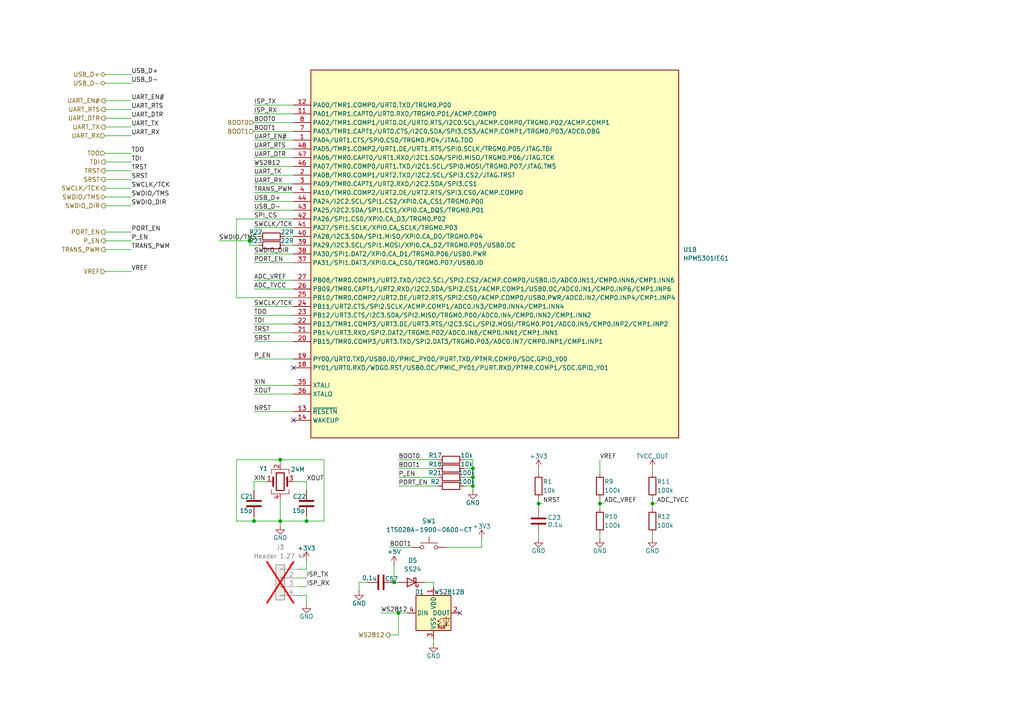
<source format=kicad_sch>
(kicad_sch (version 20250114) (generator "eeschema") (generator_version "9.0")
  (paper "A4")
  (lib_symbols
    (symbol "Connector_Generic:Conn_01x04" (pin_names (offset 1.016) (hide yes))
      (property "Reference" "J" (at 0 5.08 0))
      (property "Value" "Conn_01x04" (at 0 -7.62 0))
      (symbol "Conn_01x04_1_1"
        (rectangle (start -1.27 3.81) (end 1.27 -6.35) (stroke (width 0.254)) (fill (type background)))
        (rectangle (start -1.27 2.667) (end 0 2.413) (stroke (width 0.1524)))
        (rectangle (start -1.27 0.127) (end 0 -0.127) (stroke (width 0.1524)))
        (rectangle (start -1.27 -2.413) (end 0 -2.667) (stroke (width 0.1524)))
        (rectangle (start -1.27 -4.953) (end 0 -5.207) (stroke (width 0.1524)))
        (pin passive line (at -5.08 2.54 0) (length 3.81) (name "Pin_1") (number "1"))
        (pin passive line (at -5.08 0 0) (length 3.81) (name "Pin_2") (number "2"))
        (pin passive line (at -5.08 -2.54 0) (length 3.81) (name "Pin_3") (number "3"))
        (pin passive line (at -5.08 -5.08 0) (length 3.81) (name "Pin_4") (number "4"))
      )
    )
    (symbol "Device:C" (pin_numbers (hide yes)) (pin_names (offset 0.254))
      (property "Reference" "C" (at 0.635 2.54 0))
      (property "Value" "C" (at 0.635 -2.54 0))
      (symbol "C_0_1"
        (polyline (pts (xy -2.032 0.762) (xy 2.032 0.762)) (stroke (width 0.508)))
        (polyline (pts (xy -2.032 -0.762) (xy 2.032 -0.762)) (stroke (width 0.508)))
      )
      (symbol "C_1_1"
        (pin passive line (at 0 3.81 270) (length 2.794) (name "~") (number "1"))
        (pin passive line (at 0 -3.81 90) (length 2.794) (name "~") (number "2"))
      )
    )
    (symbol "Device:Crystal_GND24" (pin_names (offset 1.016) (hide yes))
      (property "Reference" "Y" (at 3.175 5.08 0))
      (property "Value" "Crystal_GND24" (at 3.175 3.175 0))
      (symbol "Crystal_GND24_0_1"
        (polyline (pts (xy -2.54 2.286) (xy -2.54 3.556) (xy 2.54 3.556) (xy 2.54 2.286)))
        (polyline (pts (xy -2.54 0) (xy -2.032 0)))
        (polyline (pts (xy -2.54 -2.286) (xy -2.54 -3.556) (xy 2.54 -3.556) (xy 2.54 -2.286)))
        (polyline (pts (xy -2.032 -1.27) (xy -2.032 1.27)) (stroke (width 0.508)))
        (rectangle (start -1.143 2.54) (end 1.143 -2.54) (stroke (width 0.3048)))
        (polyline (pts (xy 0 3.556) (xy 0 3.81)))
        (polyline (pts (xy 0 -3.81) (xy 0 -3.556)))
        (polyline (pts (xy 2.032 0) (xy 2.54 0)))
        (polyline (pts (xy 2.032 -1.27) (xy 2.032 1.27)) (stroke (width 0.508)))
      )
      (symbol "Crystal_GND24_1_1"
        (pin passive line (at -3.81 0 0) (length 1.27) (name "1") (number "1"))
        (pin passive line (at 0 5.08 270) (length 1.27) (name "2") (number "2"))
        (pin passive line (at 0 -5.08 90) (length 1.27) (name "4") (number "4"))
        (pin passive line (at 3.81 0 180) (length 1.27) (name "3") (number "3"))
      )
    )
    (symbol "Device:R" (pin_numbers (hide yes)) (pin_names (offset 0))
      (property "Reference" "R" (at 2.032 0 90))
      (property "Value" "R" (at 0 0 90))
      (symbol "R_0_1"
        (rectangle (start -1.016 -2.54) (end 1.016 2.54) (stroke (width 0.254)))
      )
      (symbol "R_1_1"
        (pin passive line (at 0 3.81 270) (length 1.27) (name "~") (number "1"))
        (pin passive line (at 0 -3.81 90) (length 1.27) (name "~") (number "2"))
      )
    )
    (symbol "Diode:SS24" (pin_numbers (hide yes)) (pin_names (offset 1.016) (hide yes))
      (property "Reference" "D" (at 0 2.54 0))
      (property "Value" "SS24" (at 0 -2.54 0))
      (symbol "SS24_0_1"
        (polyline (pts (xy -1.905 0.635) (xy -1.905 1.27) (xy -1.27 1.27) (xy -1.27 -1.27) (xy -0.635 -1.27) (xy -0.635 -0.635)) (stroke (width 0.254)))
        (polyline (pts (xy 1.27 1.27) (xy 1.27 -1.27) (xy -1.27 0) (xy 1.27 1.27)) (stroke (width 0.254)))
        (polyline (pts (xy 1.27 0) (xy -1.27 0)))
      )
      (symbol "SS24_1_1"
        (pin passive line (at -3.81 0 0) (length 2.54) (name "K") (number "1"))
        (pin passive line (at 3.81 0 180) (length 2.54) (name "A") (number "2"))
      )
    )
    (symbol "HPM5300_Library:HPM5301IEG1"
      (property "Reference" "U" (at -39.624 54.356 0))
      (property "Value" "HPM5301IEG1" (at -25.654 54.356 0))
      (symbol "HPM5301IEG1_1_0"
        (pin power_in line (at 22.86 -17.78 180) (length 5.08) (name "VSS") (number "49"))
      )
      (symbol "HPM5301IEG1_1_1"
        (rectangle (start -17.78 22.86) (end 17.78 -22.86) (stroke (width 0.254)) (fill (type background)))
        (rectangle (start -16.51 8.89) (end -8.89 6.35))
        (polyline (pts (xy -8.89 7.62) (xy -3.175 7.62) (xy -3.175 3.81) (xy -3.81 4.445) (xy -3.175 3.81) (xy -2.54 4.445)))
        (rectangle (start -7.62 19.05) (end -2.54 16.51))
        (polyline (pts (xy -7.62 17.78) (xy -8.255 18.415)))
        (polyline (pts (xy -7.62 17.78) (xy -8.255 17.145)))
        (polyline (pts (xy -7.62 17.78) (xy -11.43 17.78) (xy -11.43 12.7) (xy -7.62 12.7)))
        (rectangle (start -7.62 13.97) (end -2.54 11.43))
        (polyline (pts (xy -7.62 12.7) (xy -8.255 13.335)))
        (polyline (pts (xy -7.62 12.7) (xy -8.255 12.065)))
        (rectangle (start -7.62 3.81) (end 0 1.27))
        (polyline (pts (xy -3.175 1.27) (xy -3.175 -2.54) (xy -8.89 -2.54) (xy -8.255 -1.905) (xy -8.89 -2.54) (xy -8.255 -3.175)))
        (polyline (pts (xy -2.54 17.78) (xy 4.445 17.78)))
        (polyline (pts (xy 4.445 17.78) (xy 3.81 18.415)))
        (polyline (pts (xy 4.445 17.78) (xy 3.81 17.145)))
        (polyline (pts (xy 4.445 12.7) (xy -2.54 12.7)))
        (polyline (pts (xy 4.445 12.7) (xy 3.81 13.335)))
        (polyline (pts (xy 4.445 12.7) (xy 3.81 12.065)))
        (text "Internal" (at -12.7 7.62 0) (effects (font (size 1.27 1.27))))
        (text "LDO" (at -5.08 17.78 0) (effects (font (size 1.27 1.27))))
        (text "LDO" (at -5.08 12.7 0) (effects (font (size 1.27 1.27))))
        (text "DCDC" (at -3.81 2.54 0) (effects (font (size 1.27 1.27))))
        (pin power_in line (at -22.86 15.24 0) (length 5.08) (name "VPMC") (number "16"))
        (pin power_in line (at -22.86 -2.54 0) (length 5.08) (name "DCDC_LP") (number "15"))
        (pin power_in line (at -22.86 -12.7 0) (length 5.08) (name "VANA") (number "32"))
        (pin power_in line (at -22.86 -15.24 0) (length 5.08) (name "VREFH") (number "31"))
        (pin power_in line (at -22.86 -17.78 0) (length 5.08) (name "VREFL") (number "30"))
        (pin power_out line (at 22.86 17.78 180) (length 5.08) (name "VDD_PMCCAP") (number "17"))
        (pin power_out line (at 22.86 12.7 180) (length 5.08) (name "VDD_OTPCAP") (number "10"))
        (pin power_in line (at 22.86 7.62 180) (length 5.08) (name "VDD_SOC") (number "5"))
        (pin power_in line (at 22.86 5.08 180) (length 5.08) (name "VDD_SOC") (number "9"))
        (pin power_in line (at 22.86 2.54 180) (length 5.08) (name "VDD_SOC") (number "28"))
        (pin power_in line (at 22.86 0 180) (length 5.08) (name "VDD_SOC") (number "33"))
        (pin power_in line (at 22.86 -2.54 180) (length 5.08) (name "VDD_SOC") (number "45"))
        (pin power_in line (at 22.86 -7.62 180) (length 5.08) (name "VIO_B00") (number "6"))
        (pin power_in line (at 22.86 -10.16 180) (length 5.08) (name "VIO_B00") (number "34"))
        (pin power_in line (at 22.86 -12.7 180) (length 5.08) (name "VIO_B01") (number "29"))
      )
      (symbol "HPM5301IEG1_2_1"
        (rectangle (start -53.34 53.34) (end 53.34 -53.34) (stroke (width 0.254)) (fill (type background)))
        (pin bidirectional line (at -58.42 43.18 0) (length 5.08) (name "PA00/TMR1.COMP0/URT0.TXD/TRGM0.P00") (number "12"))
        (pin bidirectional line (at -58.42 40.64 0) (length 5.08) (name "PA01/TMR1.CAPT0/URT0.RXD/TRGM0.P01/ACMP.COMP0") (number "11"))
        (pin bidirectional line (at -58.42 38.1 0) (length 5.08) (name "PA02/TMR1.COMP1/URT0.DE/URT0.RTS/I2C0.SCL/ACMP.COMP0/TRGM0.P02/ACMP.COMP1") (number "8"))
        (pin bidirectional line (at -58.42 35.56 0) (length 5.08) (name "PA03/TMR1.CAPT1/URT0.CTS/I2C0.SDA/SPI3.CS3/ACMP.COMP1/TRGM0.P03/ADC0.DBG") (number "7"))
        (pin bidirectional line (at -58.42 33.02 0) (length 5.08) (name "PA04/URT1.CTS/SPI0.CS0/TRGM0.P04/JTAG.TDO") (number "1"))
        (pin bidirectional line (at -58.42 30.48 0) (length 5.08) (name "PA05/TMR1.COMP2/URT1.DE/URT1.RTS/SPI0.SCLK/TRGM0.P05/JTAG.TDI") (number "48"))
        (pin bidirectional line (at -58.42 27.94 0) (length 5.08) (name "PA06/TMR0.CAPT0/URT1.RXD/I2C1.SDA/SPI0.MISO/TRGM0.P06/JTAG.TCK") (number "47"))
        (pin bidirectional line (at -58.42 25.4 0) (length 5.08) (name "PA07/TMR0.COMP0/URT1.TXD/I2C1.SCL/SPI0.MOSI/TRGM0.P07/JTAG.TMS") (number "46"))
        (pin bidirectional line (at -58.42 22.86 0) (length 5.08) (name "PA08/TMR0.COMP1/URT2.TXD/I2C2.SCL/SPI3.CS2/JTAG.TRST") (number "2"))
        (pin bidirectional line (at -58.42 20.32 0) (length 5.08) (name "PA09/TMR0.CAPT1/URT2.RXD/I2C2.SDA/SPI3.CS1") (number "3"))
        (pin bidirectional line (at -58.42 17.78 0) (length 5.08) (name "PA10/TMR0.COMP2/URT2.DE/URT2.RTS/SPI3.CS0/ACMP.COMP0") (number "4"))
        (pin bidirectional line (at -58.42 15.24 0) (length 5.08) (name "PA24/I2C2.SCL/SPI1.CS2/XPI0.CA_CS1/TRGM0.P00") (number "44"))
        (pin bidirectional line (at -58.42 12.7 0) (length 5.08) (name "PA25/I2C2.SDA/SPI1.CS1/XPI0.CA_DQS/TRGM0.P01") (number "43"))
        (pin bidirectional line (at -58.42 10.16 0) (length 5.08) (name "PA26/SPI1.CS0/XPI0.CA_D3/TRGM0.P02") (number "42"))
        (pin bidirectional line (at -58.42 7.62 0) (length 5.08) (name "PA27/SPI1.SCLK/XPI0.CA_SCLK/TRGM0.P03") (number "41"))
        (pin bidirectional line (at -58.42 5.08 0) (length 5.08) (name "PA28/I2C3.SDA/SPI1.MISO/XPI0.CA_D0/TRGM0.P04") (number "40"))
        (pin bidirectional line (at -58.42 2.54 0) (length 5.08) (name "PA29/I2C3.SCL/SPI1.MOSI/XPI0.CA_D2/TRGM0.P05/USB0.OC") (number "39"))
        (pin bidirectional line (at -58.42 0 0) (length 5.08) (name "PA30/SPI1.DAT2/XPI0.CA_D1/TRGM0.P06/USB0.PWR") (number "38"))
        (pin bidirectional line (at -58.42 -2.54 0) (length 5.08) (name "PA31/SPI1.DAT3/XPI0.CA_CS0/TRGM0.P07/USB0.ID") (number "37"))
        (pin bidirectional line (at -58.42 -7.62 0) (length 5.08) (name "PB08/TMR0.COMP1/URT2.TXD/I2C2.SCL/SPI2.CS2/ACMP.COMP0/USB0.ID/ADC0.IN11/CMP0.INN6/CMP1.INN6") (number "27"))
        (pin bidirectional line (at -58.42 -10.16 0) (length 5.08) (name "PB09/TMR0.CAPT1/URT2.RXD/I2C2.SDA/SPI2.CS1/ACMP.COMP1/USB0.OC/ADC0.IN1/CMP0.INP6/CMP1.INP6") (number "26"))
        (pin bidirectional line (at -58.42 -12.7 0) (length 5.08) (name "PB10/TMR0.COMP2/URT2.DE/URT2.RTS/SPI2.CS0/ACMP.COMP0/USB0.PWR/ADC0.IN2/CMP0.INP4/CMP1.INP4") (number "25"))
        (pin bidirectional line (at -58.42 -15.24 0) (length 5.08) (name "PB11/URT2.CTS/SPI2.SCLK/ACMP.COMP1/ADC0.IN3/CMP0.INN4/CMP1.INN4") (number "24"))
        (pin bidirectional line (at -58.42 -17.78 0) (length 5.08) (name "PB12/URT3.CTS/I2C3.SDA/SPI2.MISO/TRGM0.P00/ADC0.IN4/CMP0.INN2/CMP1.INN2") (number "23"))
        (pin bidirectional line (at -58.42 -20.32 0) (length 5.08) (name "PB13/TMR1.COMP3/URT3.DE/URT3.RTS/I2C3.SCL/SPI2.MOSI/TRGM0.P01/ADC0.IN5/CMP0.INP2/CMP1.INP2") (number "22"))
        (pin bidirectional line (at -58.42 -22.86 0) (length 5.08) (name "PB14/URT3.RXD/SPI2.DAT2/TRGM0.P02/ADC0.IN6/CMP0.INN1/CMP1.INN1") (number "21"))
        (pin bidirectional line (at -58.42 -25.4 0) (length 5.08) (name "PB15/TMR0.COMP3/URT3.TXD/SPI2.DAT3/TRGM0.P03/ADC0.IN7/CMP0.INP1/CMP1.INP1") (number "20"))
        (pin bidirectional line (at -58.42 -30.48 0) (length 5.08) (name "PY00/URT0.TXD/USB0.ID/PMIC_PY00/PURT.TXD/PTMR.COMP0/SOC.GPIO_Y00") (number "19"))
        (pin bidirectional line (at -58.42 -33.02 0) (length 5.08) (name "PY01/URT0.RXD/WDG0.RST/USB0.OC/PMIC_PY01/PURT.RXD/PTMR.COMP1/SOC.GPIO_Y01") (number "18"))
        (pin input line (at -58.42 -38.1 0) (length 5.08) (name "XTALI") (number "35"))
        (pin output line (at -58.42 -40.64 0) (length 5.08) (name "XTALO") (number "36"))
        (pin input line (at -58.42 -45.72 0) (length 5.08) (name "~{RESETN}") (number "13"))
        (pin input line (at -58.42 -48.26 0) (length 5.08) (name "WAKEUP") (number "14"))
      )
    )
    (symbol "LED:WS2812B" (pin_names (offset 0.254))
      (property "Reference" "D" (at 5.08 5.715 0))
      (property "Value" "WS2812B" (at 1.27 -5.715 0))
      (symbol "WS2812B_0_0"
        (text "RGB" (at 2.286 -4.191 0) (effects (font (size 0.762 0.762))))
      )
      (symbol "WS2812B_0_1"
        (polyline (pts (xy 1.27 -2.54) (xy 1.778 -2.54)))
        (polyline (pts (xy 1.27 -3.556) (xy 1.778 -3.556)))
        (polyline (pts (xy 2.286 -1.524) (xy 1.27 -2.54) (xy 1.27 -2.032)))
        (polyline (pts (xy 2.286 -2.54) (xy 1.27 -3.556) (xy 1.27 -3.048)))
        (polyline (pts (xy 3.683 -1.016) (xy 3.683 -3.556) (xy 3.683 -4.064)))
        (polyline (pts (xy 4.699 -1.524) (xy 2.667 -1.524) (xy 3.683 -3.556) (xy 4.699 -1.524)))
        (polyline (pts (xy 4.699 -3.556) (xy 2.667 -3.556)))
        (rectangle (start 5.08 5.08) (end -5.08 -5.08) (stroke (width 0.254)) (fill (type background)))
      )
      (symbol "WS2812B_1_1"
        (pin input line (at -7.62 0 0) (length 2.54) (name "DIN") (number "4"))
        (pin power_in line (at 0 7.62 270) (length 2.54) (name "VDD") (number "1"))
        (pin power_in line (at 0 -7.62 90) (length 2.54) (name "VSS") (number "3"))
        (pin output line (at 7.62 0 180) (length 2.54) (name "DOUT") (number "2"))
      )
    )
    (symbol "Switch:SW_Push" (pin_numbers (hide yes)) (pin_names (offset 1.016) (hide yes))
      (property "Reference" "SW" (at 1.27 2.54 0))
      (property "Value" "SW_Push" (at 0 -1.524 0))
      (symbol "SW_Push_0_1"
        (circle (center -2.032 0) (radius 0.508))
        (polyline (pts (xy 0 1.27) (xy 0 3.048)))
        (circle (center 2.032 0) (radius 0.508))
        (polyline (pts (xy 2.54 1.27) (xy -2.54 1.27)))
        (pin passive line (at -5.08 0 0) (length 2.54) (name "1") (number "1"))
        (pin passive line (at 5.08 0 180) (length 2.54) (name "2") (number "2"))
      )
    )
    (symbol "power:+3V3" (power) (pin_numbers (hide yes)) (pin_names (offset 0) (hide yes))
      (property "Value" "+3V3" (at 0 3.556 0))
      (symbol "+3V3_0_1"
        (polyline (pts (xy -0.762 1.27) (xy 0 2.54)))
        (polyline (pts (xy 0 2.54) (xy 0.762 1.27)))
        (polyline (pts (xy 0 0) (xy 0 2.54)))
      )
      (symbol "+3V3_1_1"
        (pin power_in line (at 0 0 90) (length 0) (name "~") (number "1"))
      )
    )
    (symbol "power:+5V" (power) (pin_numbers (hide yes)) (pin_names (offset 0) (hide yes))
      (property "Value" "+5V" (at 0 3.556 0))
      (symbol "+5V_0_1"
        (polyline (pts (xy -0.762 1.27) (xy 0 2.54)))
        (polyline (pts (xy 0 2.54) (xy 0.762 1.27)))
        (polyline (pts (xy 0 0) (xy 0 2.54)))
      )
      (symbol "+5V_1_1"
        (pin power_in line (at 0 0 90) (length 0) (name "~") (number "1"))
      )
    )
    (symbol "power:GND" (power) (pin_numbers (hide yes)) (pin_names (offset 0) (hide yes))
      (property "Value" "GND" (at 0 -3.81 0))
      (symbol "GND_0_1"
        (polyline (pts (xy 0 0) (xy 0 -1.27) (xy 1.27 -1.27) (xy 0 -2.54) (xy -1.27 -1.27) (xy 0 -1.27)))
      )
      (symbol "GND_1_1"
        (pin power_in line (at 0 0 270) (length 0) (name "~") (number "1"))
      )
    )
    (symbol "power:VCC" (power) (pin_numbers (hide yes)) (pin_names (offset 0) (hide yes))
      (property "Value" "VCC" (at 0 3.556 0))
      (symbol "VCC_0_1"
        (polyline (pts (xy -0.762 1.27) (xy 0 2.54)))
        (polyline (pts (xy 0 2.54) (xy 0.762 1.27)))
        (polyline (pts (xy 0 0) (xy 0 2.54)))
      )
      (symbol "VCC_1_1"
        (pin power_in line (at 0 0 90) (length 0) (name "~") (number "1"))
      )
    )
  )
  (junction (at 137.16 140.97))
  (junction (at 114.3 168.91))
  (junction (at 156.21 146.05))
  (junction (at 137.16 138.43))
  (junction (at 81.28 133.35))
  (junction (at 173.99 146.05))
  (junction (at 88.9 151.13))
  (junction (at 72.39 69.85))
  (junction (at 115.57 177.8))
  (junction (at 73.66 151.13))
  (junction (at 81.28 151.13))
  (junction (at 189.23 146.05))
  (junction (at 137.16 135.89))
  (no_connect (at 133.35 177.8))
  (no_connect (at 85.09 121.92))
  (no_connect (at 85.09 106.68))
  (wire (pts (xy 137.16 133.35) (xy 137.16 135.89)))
  (wire (pts (xy 30.48 36.83) (xy 38.1 36.83)))
  (wire (pts (xy 115.57 135.89) (xy 127 135.89)))
  (wire (pts (xy 86.36 165.1) (xy 88.9 165.1)))
  (wire (pts (xy 189.23 135.89) (xy 189.23 137.16)))
  (wire (pts (xy 73.66 93.98) (xy 85.09 93.98)))
  (wire (pts (xy 115.57 133.35) (xy 127 133.35)))
  (wire (pts (xy 88.9 162.56) (xy 88.9 165.1)))
  (wire (pts (xy 73.66 53.34) (xy 85.09 53.34)))
  (wire (pts (xy 81.28 134.62) (xy 81.28 133.35)))
  (wire (pts (xy 30.48 39.37) (xy 38.1 39.37)))
  (wire (pts (xy 115.57 138.43) (xy 127 138.43)))
  (wire (pts (xy 73.66 88.9) (xy 85.09 88.9)))
  (wire (pts (xy 189.23 146.05) (xy 190.5 146.05)))
  (wire (pts (xy 86.36 170.18) (xy 88.9 170.18)))
  (wire (pts (xy 81.28 133.35) (xy 93.98 133.35)))
  (wire (pts (xy 134.62 133.35) (xy 137.16 133.35)))
  (wire (pts (xy 72.39 71.12) (xy 72.39 69.85)))
  (wire (pts (xy 30.48 21.59) (xy 38.1 21.59)))
  (wire (pts (xy 134.62 138.43) (xy 137.16 138.43)))
  (wire (pts (xy 113.03 158.75) (xy 119.38 158.75)))
  (wire (pts (xy 93.98 151.13) (xy 88.9 151.13)))
  (wire (pts (xy 73.66 151.13) (xy 81.28 151.13)))
  (wire (pts (xy 104.14 168.91) (xy 104.14 171.45)))
  (wire (pts (xy 173.99 146.05) (xy 173.99 147.32)))
  (wire (pts (xy 30.48 67.31) (xy 38.1 67.31)))
  (wire (pts (xy 134.62 135.89) (xy 137.16 135.89)))
  (wire (pts (xy 110.49 177.8) (xy 115.57 177.8)))
  (wire (pts (xy 30.48 78.74) (xy 38.1 78.74)))
  (wire (pts (xy 30.48 72.39) (xy 38.1 72.39)))
  (wire (pts (xy 72.39 68.58) (xy 74.93 68.58)))
  (wire (pts (xy 189.23 146.05) (xy 189.23 147.32)))
  (wire (pts (xy 189.23 154.94) (xy 189.23 156.21)))
  (wire (pts (xy 73.66 38.1) (xy 85.09 38.1)))
  (wire (pts (xy 88.9 172.72) (xy 88.9 175.26)))
  (wire (pts (xy 30.48 31.75) (xy 38.1 31.75)))
  (wire (pts (xy 73.66 114.3) (xy 85.09 114.3)))
  (wire (pts (xy 85.09 139.7) (xy 88.9 139.7)))
  (wire (pts (xy 156.21 146.05) (xy 156.21 147.32)))
  (wire (pts (xy 73.66 96.52) (xy 85.09 96.52)))
  (wire (pts (xy 81.28 151.13) (xy 88.9 151.13)))
  (wire (pts (xy 156.21 146.05) (xy 157.48 146.05)))
  (wire (pts (xy 73.66 58.42) (xy 85.09 58.42)))
  (wire (pts (xy 73.66 81.28) (xy 85.09 81.28)))
  (wire (pts (xy 86.36 172.72) (xy 88.9 172.72)))
  (wire (pts (xy 106.68 168.91) (xy 104.14 168.91)))
  (wire (pts (xy 125.73 185.42) (xy 125.73 186.69)))
  (wire (pts (xy 125.73 168.91) (xy 125.73 170.18)))
  (wire (pts (xy 30.48 59.69) (xy 38.1 59.69)))
  (wire (pts (xy 115.57 177.8) (xy 118.11 177.8)))
  (wire (pts (xy 113.03 184.15) (xy 115.57 184.15)))
  (wire (pts (xy 73.66 45.72) (xy 85.09 45.72)))
  (wire (pts (xy 156.21 154.94) (xy 156.21 156.21)))
  (wire (pts (xy 73.66 104.14) (xy 85.09 104.14)))
  (wire (pts (xy 114.3 168.91) (xy 115.57 168.91)))
  (wire (pts (xy 123.19 168.91) (xy 125.73 168.91)))
  (wire (pts (xy 137.16 135.89) (xy 137.16 138.43)))
  (wire (pts (xy 68.58 151.13) (xy 73.66 151.13)))
  (wire (pts (xy 73.66 35.56) (xy 85.09 35.56)))
  (wire (pts (xy 73.66 66.04) (xy 85.09 66.04)))
  (wire (pts (xy 68.58 86.36) (xy 85.09 86.36)))
  (wire (pts (xy 137.16 138.43) (xy 137.16 140.97)))
  (wire (pts (xy 30.48 57.15) (xy 38.1 57.15)))
  (wire (pts (xy 73.66 60.96) (xy 85.09 60.96)))
  (wire (pts (xy 156.21 135.89) (xy 156.21 137.16)))
  (wire (pts (xy 73.66 111.76) (xy 85.09 111.76)))
  (wire (pts (xy 30.48 29.21) (xy 38.1 29.21)))
  (wire (pts (xy 93.98 133.35) (xy 93.98 151.13)))
  (wire (pts (xy 156.21 144.78) (xy 156.21 146.05)))
  (wire (pts (xy 73.66 76.2) (xy 85.09 76.2)))
  (wire (pts (xy 139.7 156.21) (xy 139.7 158.75)))
  (wire (pts (xy 73.66 91.44) (xy 85.09 91.44)))
  (wire (pts (xy 73.66 139.7) (xy 77.47 139.7)))
  (wire (pts (xy 82.55 71.12) (xy 85.09 71.12)))
  (wire (pts (xy 30.48 24.13) (xy 38.1 24.13)))
  (wire (pts (xy 139.7 158.75) (xy 129.54 158.75)))
  (wire (pts (xy 74.93 71.12) (xy 72.39 71.12)))
  (wire (pts (xy 30.48 52.07) (xy 38.1 52.07)))
  (wire (pts (xy 73.66 99.06) (xy 85.09 99.06)))
  (wire (pts (xy 73.66 30.48) (xy 85.09 30.48)))
  (wire (pts (xy 134.62 140.97) (xy 137.16 140.97)))
  (wire (pts (xy 73.66 48.26) (xy 85.09 48.26)))
  (wire (pts (xy 73.66 139.7) (xy 73.66 142.24)))
  (wire (pts (xy 68.58 63.5) (xy 68.58 86.36)))
  (wire (pts (xy 173.99 144.78) (xy 173.99 146.05)))
  (wire (pts (xy 81.28 151.13) (xy 81.28 152.4)))
  (wire (pts (xy 88.9 139.7) (xy 88.9 142.24)))
  (wire (pts (xy 173.99 154.94) (xy 173.99 156.21)))
  (wire (pts (xy 82.55 68.58) (xy 85.09 68.58)))
  (wire (pts (xy 173.99 146.05) (xy 175.26 146.05)))
  (wire (pts (xy 81.28 144.78) (xy 81.28 151.13)))
  (wire (pts (xy 73.66 55.88) (xy 85.09 55.88)))
  (wire (pts (xy 114.3 163.83) (xy 114.3 168.91)))
  (wire (pts (xy 115.57 184.15) (xy 115.57 177.8)))
  (wire (pts (xy 73.66 40.64) (xy 85.09 40.64)))
  (wire (pts (xy 73.66 43.18) (xy 85.09 43.18)))
  (wire (pts (xy 86.36 167.64) (xy 88.9 167.64)))
  (wire (pts (xy 68.58 133.35) (xy 68.58 151.13)))
  (wire (pts (xy 73.66 33.02) (xy 85.09 33.02)))
  (wire (pts (xy 30.48 69.85) (xy 38.1 69.85)))
  (wire (pts (xy 68.58 63.5) (xy 85.09 63.5)))
  (wire (pts (xy 30.48 54.61) (xy 38.1 54.61)))
  (wire (pts (xy 81.28 133.35) (xy 68.58 133.35)))
  (wire (pts (xy 63.5 69.85) (xy 72.39 69.85)))
  (wire (pts (xy 189.23 144.78) (xy 189.23 146.05)))
  (wire (pts (xy 173.99 133.35) (xy 173.99 137.16)))
  (wire (pts (xy 73.66 50.8) (xy 85.09 50.8)))
  (wire (pts (xy 30.48 34.29) (xy 38.1 34.29)))
  (wire (pts (xy 72.39 69.85) (xy 72.39 68.58)))
  (wire (pts (xy 115.57 140.97) (xy 127 140.97)))
  (wire (pts (xy 137.16 142.24) (xy 137.16 140.97)))
  (wire (pts (xy 73.66 119.38) (xy 85.09 119.38)))
  (wire (pts (xy 30.48 44.45) (xy 38.1 44.45)))
  (wire (pts (xy 30.48 46.99) (xy 38.1 46.99)))
  (wire (pts (xy 73.66 73.66) (xy 85.09 73.66)))
  (wire (pts (xy 73.66 83.82) (xy 85.09 83.82)))
  (wire (pts (xy 30.48 49.53) (xy 38.1 49.53)))
  (wire (pts (xy 73.66 151.13) (xy 73.66 149.86)))
  (wire (pts (xy 88.9 151.13) (xy 88.9 149.86)))
  (label "SPI_CS" (at 73.66 63.5 0))
  (label "SRST" (at 38.1 52.07 0))
  (label "TRST" (at 73.66 96.52 0))
  (label "P_EN" (at 73.66 104.14 0))
  (label "PORT_EN" (at 38.1 67.31 0))
  (label "TDO" (at 73.66 91.44 0))
  (label "TDO" (at 38.1 44.45 0))
  (label "UART_TX" (at 38.1 36.83 0))
  (label "VREF" (at 173.99 133.35 0))
  (label "WS2812" (at 110.49 177.8 0))
  (label "XIN" (at 73.66 139.7 0))
  (label "SWCLK{slash}TCK" (at 73.66 88.9 0))
  (label "NRST" (at 157.48 146.05 0))
  (label "UART_RX" (at 38.1 39.37 0))
  (label "UART_RTS" (at 38.1 31.75 0))
  (label "WS2812" (at 73.66 48.26 0))
  (label "P_EN" (at 115.57 138.43 0))
  (label "XOUT" (at 88.9 139.7 0))
  (label "BOOT1" (at 115.57 135.89 0))
  (label "PORT_EN" (at 115.57 140.97 0))
  (label "P_EN" (at 38.1 69.85 0))
  (label "ADC_VREF" (at 175.26 146.05 0))
  (label "BOOT0" (at 115.57 133.35 0))
  (label "USB_D+" (at 73.66 58.42 0))
  (label "ISP_TX" (at 88.9 167.64 0))
  (label "TRST" (at 38.1 49.53 0))
  (label "NRST" (at 73.66 119.38 0))
  (label "UART_DTR" (at 38.1 34.29 0))
  (label "XOUT" (at 73.66 114.3 0))
  (label "USB_D-" (at 73.66 60.96 0))
  (label "XIN" (at 73.66 111.76 0))
  (label "ADC_TVCC" (at 73.66 83.82 0))
  (label "USB_D-" (at 38.1 24.13 0))
  (label "TRANS_PWM" (at 73.66 55.88 0))
  (label "ISP_RX" (at 73.66 33.02 0))
  (label "UART_DTR" (at 73.66 45.72 0))
  (label "UART_RTS" (at 73.66 43.18 0))
  (label "SWDIO/TMS" (at 63.5 69.85 0))
  (label "TDI" (at 38.1 46.99 0))
  (label "SWCLK{slash}TCK" (at 38.1 54.61 0))
  (label "ISP_TX" (at 73.66 30.48 0))
  (label "ADC_TVCC" (at 190.5 146.05 0))
  (label "SRST" (at 73.66 99.06 0))
  (label "UART_EN#" (at 38.1 29.21 0))
  (label "BOOT1" (at 73.66 38.1 0))
  (label "BOOT1" (at 113.03 158.75 0))
  (label "SWDIO/TMS" (at 38.1 57.15 0))
  (label "TDI" (at 73.66 93.98 0))
  (label "ISP_RX" (at 88.9 170.18 0))
  (label "SWCLK{slash}TCK" (at 73.66 66.04 0))
  (label "TRANS_PWM" (at 38.1 72.39 0))
  (label "BOOT0" (at 73.66 35.56 0))
  (label "SWDIO_DIR" (at 38.1 59.69 0))
  (label "VREF" (at 38.1 78.74 0))
  (label "ADC_VREF" (at 73.66 81.28 0))
  (label "UART_EN#" (at 73.66 40.64 0))
  (label "UART_TX" (at 73.66 50.8 0))
  (label "USB_D+" (at 38.1 21.59 0))
  (label "UART_RX" (at 73.66 53.34 0))
  (label "SWDIO_DIR" (at 73.66 73.66 0))
  (label "PORT_EN" (at 73.66 76.2 0))
  (hierarchical_label "WS2812" (shape output) (at 113.03 184.15 180))
  (hierarchical_label "BOOT0" (shape input) (at 73.66 35.56 180))
  (hierarchical_label "SWCLK{slash}TCK" (shape output) (at 30.48 54.61 180))
  (hierarchical_label "TRST" (shape output) (at 30.48 49.53 180))
  (hierarchical_label "USB_D-" (shape bidirectional) (at 30.48 24.13 180))
  (hierarchical_label "P_EN" (shape output) (at 30.48 69.85 180))
  (hierarchical_label "TDI" (shape output) (at 30.48 46.99 180))
  (hierarchical_label "BOOT1" (shape input) (at 73.66 38.1 180))
  (hierarchical_label "TDO" (shape input) (at 30.48 44.45 180))
  (hierarchical_label "TRANS_PWM" (shape output) (at 30.48 72.39 180))
  (hierarchical_label "SWDIO{slash}TMS" (shape bidirectional) (at 30.48 57.15 180))
  (hierarchical_label "UART_DTR" (shape output) (at 30.48 34.29 180))
  (hierarchical_label "UART_EN#" (shape output) (at 30.48 29.21 180))
  (hierarchical_label "SWDIO_DIR" (shape output) (at 30.48 59.69 180))
  (hierarchical_label "UART_RX" (shape input) (at 30.48 39.37 180))
  (hierarchical_label "UART_RTS" (shape output) (at 30.48 31.75 180))
  (hierarchical_label "USB_D+" (shape bidirectional) (at 30.48 21.59 180))
  (hierarchical_label "UART_TX" (shape output) (at 30.48 36.83 180))
  (hierarchical_label "VREF" (shape input) (at 30.48 78.74 180))
  (hierarchical_label "SRST" (shape output) (at 30.48 52.07 180))
  (hierarchical_label "PORT_EN" (shape output) (at 30.48 67.31 180))
  (symbol (lib_id "power:GND") (at 189.23 156.21 0) (unit 1)
    (property "Reference" "#PWR095" (effects (hide yes)))
    (property "Value" "GND" (at 189.23 159.766 0))
    (property "Description" "Power symbol creates a global label with name \"GND\" , ground" (effects (hide yes)))
  )
  (symbol (lib_id "power:GND") (at 137.16 142.24 0) (unit 1)
    (property "Reference" "#PWR0107" (effects (hide yes)))
    (property "Value" "GND" (at 137.16 145.796 0))
    (property "Description" "Power symbol creates a global label with name \"GND\" , ground" (effects (hide yes)))
  )
  (symbol (lib_id "power:GND") (at 81.28 152.4 0) (unit 1)
    (property "Reference" "#PWR011" (effects (hide yes)))
    (property "Value" "GND" (at 81.28 155.956 0))
    (property "Description" "Power symbol creates a global label with name \"GND\" , ground" (effects (hide yes)))
  )
  (symbol (lib_id "LED:WS2812B") (at 125.73 177.8 0) (unit 1)
    (property "Reference" "D1" (at 121.666 171.704 0))
    (property "Value" "WS2812B" (at 130.302 171.704 0))
    (property "Footprint" "LED_SMD:LED_WS2812B-Mini_PLCC4_3.5x3.5mm" (effects (hide yes)))
    (property "Datasheet" "https://cdn-shop.adafruit.com/datasheets/WS2812B.pdf" (effects (hide yes)))
    (property "Description" "RGB LED with integrated controller" (effects (hide yes)))
  )
  (symbol (lib_id "power:GND") (at 173.99 156.21 0) (unit 1)
    (property "Reference" "#PWR093" (effects (hide yes)))
    (property "Value" "GND" (at 173.99 159.766 0))
    (property "Description" "Power symbol creates a global label with name \"GND\" , ground" (effects (hide yes)))
  )
  (symbol (lib_id "Device:C") (at 73.66 146.05 0) (unit 1)
    (property "Reference" "C21" (at 71.628 144.018 0))
    (property "Value" "15p" (at 71.374 148.082 0))
    (property "Footprint" "Capacitor_SMD:C_0402_1005Metric" (effects (hide yes)))
    (property "Description" "Unpolarized capacitor" (effects (hide yes)))
  )
  (symbol (lib_id "power:+3V3") (at 88.9 162.56 0) (unit 1)
    (property "Reference" "#PWR0135" (effects (hide yes)))
    (property "Value" "+3V3" (at 88.9 159.004 0))
    (property "Description" "Power symbol creates a global label with name \"+3V3\"" (effects (hide yes)))
  )
  (symbol (lib_id "Device:R") (at 173.99 140.97 0) (unit 1)
    (property "Reference" "R9" (at 175.26 139.7 0) (effects (justify left)))
    (property "Value" "100k" (at 175.26 142.24 0) (effects (justify left)))
    (property "Footprint" "Resistor_SMD:R_0402_1005Metric" (effects (hide yes)))
    (property "Description" "Resistor" (effects (hide yes)))
  )
  (symbol (lib_id "Device:R") (at 78.74 71.12 90) (unit 1)
    (property "Reference" "R23" (at 74.168 69.85 90))
    (property "Value" "22R" (at 83.312 69.85 90))
    (property "Footprint" "Resistor_SMD:R_0402_1005Metric" (effects (hide yes)))
    (property "Description" "Resistor" (effects (hide yes)))
  )
  (symbol (lib_id "Device:R") (at 130.81 135.89 90) (unit 1)
    (property "Reference" "R18" (at 126.238 134.62 90))
    (property "Value" "10k" (at 135.382 134.62 90))
    (property "Footprint" "Resistor_SMD:R_0402_1005Metric" (effects (hide yes)))
    (property "Description" "Resistor" (effects (hide yes)))
  )
  (symbol (lib_id "Device:R") (at 78.74 68.58 90) (unit 1)
    (property "Reference" "R22" (at 74.168 67.31 90))
    (property "Value" "22R" (at 83.312 67.31 90))
    (property "Footprint" "Resistor_SMD:R_0402_1005Metric" (effects (hide yes)))
    (property "Description" "Resistor" (effects (hide yes)))
  )
  (symbol (lib_id "power:GND") (at 125.73 186.69 0) (unit 1)
    (property "Reference" "#PWR0111" (effects (hide yes)))
    (property "Value" "GND" (at 125.73 190.246 0))
    (property "Description" "Power symbol creates a global label with name \"GND\" , ground" (effects (hide yes)))
  )
  (symbol (lib_id "Device:R") (at 130.81 140.97 90) (unit 1)
    (property "Reference" "R2" (at 126.238 139.7 90))
    (property "Value" "100k" (at 135.382 139.7 90))
    (property "Footprint" "Resistor_SMD:R_0402_1005Metric" (effects (hide yes)))
    (property "Description" "Resistor" (effects (hide yes)))
  )
  (symbol (lib_id "Connector_Generic:Conn_01x04") (at 81.28 167.64 0) (mirror y) (unit 1) (in_bom no) (dnp yes)
    (property "Reference" "J3" (at 81.28 158.75 0))
    (property "Value" "Header 1.27 4P" (at 81.28 161.29 0))
    (property "Footprint" "Connector_PinHeader_1.27mm:PinHeader_1x04_P1.27mm_Vertical" (effects (hide yes)))
    (property "Description" "Generic connector, single row, 01x04, script generated (kicad-library-utils/schlib/autogen/connector/)" (effects (hide yes)))
  )
  (symbol (lib_id "Device:C") (at 156.21 151.13 0) (unit 1)
    (property "Reference" "C23" (at 160.782 150.114 0))
    (property "Value" "0.1u" (at 161.036 152.146 0))
    (property "Footprint" "Capacitor_SMD:C_0402_1005Metric" (effects (hide yes)))
    (property "Description" "Unpolarized capacitor" (effects (hide yes)))
  )
  (symbol (lib_id "power:+5V") (at 114.3 163.83 0) (unit 1)
    (property "Reference" "#PWR0109" (effects (hide yes)))
    (property "Value" "+5V" (at 114.3 160.02 0))
    (property "Description" "Power symbol creates a global label with name \"+5V\"" (effects (hide yes)))
  )
  (symbol (lib_id "Diode:SS24") (at 119.38 168.91 180) (unit 1)
    (property "Reference" "D5" (at 119.6975 162.56 0))
    (property "Value" "SS24" (at 119.6975 165.1 0))
    (property "Footprint" "Diode_SMD:D_SOD-123" (effects (hide yes)))
    (property "Datasheet" "https://www.vishay.com/docs/88748/ss22.pdf" (effects (hide yes)))
    (property "Description" "40V 2A Schottky Diode, SMA" (effects (hide yes)))
  )
  (symbol (lib_id "Device:R") (at 130.81 133.35 90) (unit 1)
    (property "Reference" "R17" (at 126.238 132.08 90))
    (property "Value" "10k" (at 135.382 132.08 90))
    (property "Footprint" "Resistor_SMD:R_0402_1005Metric" (effects (hide yes)))
    (property "Description" "Resistor" (effects (hide yes)))
  )
  (symbol (lib_id "Device:C") (at 88.9 146.05 0) (unit 1)
    (property "Reference" "C22" (at 86.868 144.018 0))
    (property "Value" "15p" (at 86.614 148.082 0))
    (property "Footprint" "Capacitor_SMD:C_0402_1005Metric" (effects (hide yes)))
    (property "Description" "Unpolarized capacitor" (effects (hide yes)))
  )
  (symbol (lib_id "Device:R") (at 189.23 140.97 0) (unit 1)
    (property "Reference" "R11" (at 190.5 139.7 0) (effects (justify left)))
    (property "Value" "100k" (at 190.5 142.24 0) (effects (justify left)))
    (property "Footprint" "Resistor_SMD:R_0402_1005Metric" (effects (hide yes)))
    (property "Description" "Resistor" (effects (hide yes)))
  )
  (symbol (lib_id "power:+3V3") (at 139.7 156.21 0) (unit 1)
    (property "Reference" "#PWR0108" (effects (hide yes)))
    (property "Value" "+3V3" (at 139.7 152.654 0))
    (property "Description" "Power symbol creates a global label with name \"+3V3\"" (effects (hide yes)))
  )
  (symbol (lib_id "power:GND") (at 156.21 156.21 0) (unit 1)
    (property "Reference" "#PWR017" (effects (hide yes)))
    (property "Value" "GND" (at 156.21 159.766 0))
    (property "Description" "Power symbol creates a global label with name \"GND\" , ground" (effects (hide yes)))
  )
  (symbol (lib_id "Device:R") (at 189.23 151.13 0) (unit 1)
    (property "Reference" "R12" (at 190.5 149.86 0) (effects (justify left)))
    (property "Value" "100k" (at 190.5 152.4 0) (effects (justify left)))
    (property "Footprint" "Resistor_SMD:R_0402_1005Metric" (effects (hide yes)))
    (property "Description" "Resistor" (effects (hide yes)))
  )
  (symbol (lib_id "Device:Crystal_GND24") (at 81.28 139.7 0) (unit 1)
    (property "Reference" "Y1" (at 76.454 135.89 0))
    (property "Value" "24M" (at 86.36 136.144 0))
    (property "Footprint" "Crystal:Crystal_SMD_2016-4Pin_2.0x1.6mm" (effects (hide yes)))
    (property "Description" "Four pin crystal, GND on pins 2 and 4" (effects (hide yes)))
  )
  (symbol (lib_id "power:GND") (at 104.14 171.45 0) (mirror y) (unit 1)
    (property "Reference" "#PWR0110" (effects (hide yes)))
    (property "Value" "GND" (at 104.14 175.006 0))
    (property "Description" "Power symbol creates a global label with name \"GND\" , ground" (effects (hide yes)))
  )
  (symbol (lib_id "Device:C") (at 110.49 168.91 270) (mirror x) (unit 1)
    (property "Reference" "C57" (at 113.538 167.894 90))
    (property "Value" "0.1u" (at 107.188 167.64 90))
    (property "Footprint" "Capacitor_SMD:C_0402_1005Metric" (effects (hide yes)))
    (property "Description" "Unpolarized capacitor" (effects (hide yes)))
  )
  (symbol (lib_id "power:+3V3") (at 156.21 135.89 0) (unit 1)
    (property "Reference" "#PWR016" (effects (hide yes)))
    (property "Value" "+3V3" (at 156.21 132.334 0))
    (property "Description" "Power symbol creates a global label with name \"+3V3\"" (effects (hide yes)))
  )
  (symbol (lib_id "power:GND") (at 88.9 175.26 0) (unit 1)
    (property "Reference" "#PWR0134" (effects (hide yes)))
    (property "Value" "GND" (at 88.9 178.816 0))
    (property "Description" "Power symbol creates a global label with name \"GND\" , ground" (effects (hide yes)))
  )
  (symbol (lib_id "Device:R") (at 130.81 138.43 90) (unit 1)
    (property "Reference" "R21" (at 126.238 137.16 90))
    (property "Value" "100k" (at 135.382 137.16 90))
    (property "Footprint" "Resistor_SMD:R_0402_1005Metric" (effects (hide yes)))
    (property "Description" "Resistor" (effects (hide yes)))
  )
  (symbol (lib_id "Switch:SW_Push") (at 124.46 158.75 0) (unit 1)
    (property "Reference" "SW1" (at 124.46 151.13 0))
    (property "Value" "1TS028A-1900-0600-CT" (at 124.46 153.67 0))
    (property "Footprint" "Button_Switch_SMD:SW_Push_1P1T_NO_Vertical_Wuerth_434133025816" (effects (hide yes)))
    (property "Description" "Push button switch, generic, two pins" (effects (hide yes)))
  )
  (symbol (lib_id "Device:R") (at 156.21 140.97 0) (unit 1)
    (property "Reference" "R1" (at 157.48 139.7 0) (effects (justify left)))
    (property "Value" "10k" (at 157.48 142.24 0) (effects (justify left)))
    (property "Footprint" "Resistor_SMD:R_0402_1005Metric" (effects (hide yes)))
    (property "Description" "Resistor" (effects (hide yes)))
  )
  (symbol (lib_id "power:VCC") (at 189.23 135.89 0) (unit 1)
    (property "Reference" "#PWR0131" (effects (hide yes)))
    (property "Value" "TVCC_OUT" (at 189.23 132.334 0))
    (property "Description" "Power symbol creates a global label with name \"VCC\"" (effects (hide yes)))
  )
  (symbol (lib_id "Device:R") (at 173.99 151.13 0) (unit 1)
    (property "Reference" "R10" (at 175.26 149.86 0) (effects (justify left)))
    (property "Value" "100k" (at 175.26 152.4 0) (effects (justify left)))
    (property "Footprint" "Resistor_SMD:R_0402_1005Metric" (effects (hide yes)))
    (property "Description" "Resistor" (effects (hide yes)))
  )
  (symbol (lib_id "HPM5300_Library:HPM5301IEG1") (at 143.51 73.66 0) (unit 2)
    (property "Reference" "U1" (at 198.12 72.3899 0) (effects (justify left)))
    (property "Value" "HPM5301IEG1" (at 198.12 74.9299 0) (effects (justify left)))
    (property "Footprint" "Package_DFN_QFN:QFN-48-1EP_6x6mm_P0.4mm_EP4.2x4.2mm" (effects (hide yes)))
    (property "Datasheet" "http://www.hpmicro.com/down.aspx?DId=b9f427fc-7856-4897-8a2b-247d1845c1b1&LId=091cdc4f-0cbe-4040-87bc-79f1448ed356&SkipL=T" (effects (hide yes)))
    (property "Description" "Hpmicro High Performance Motion Control MCU, QFN48" (effects (hide yes)))
  )
)
</source>
